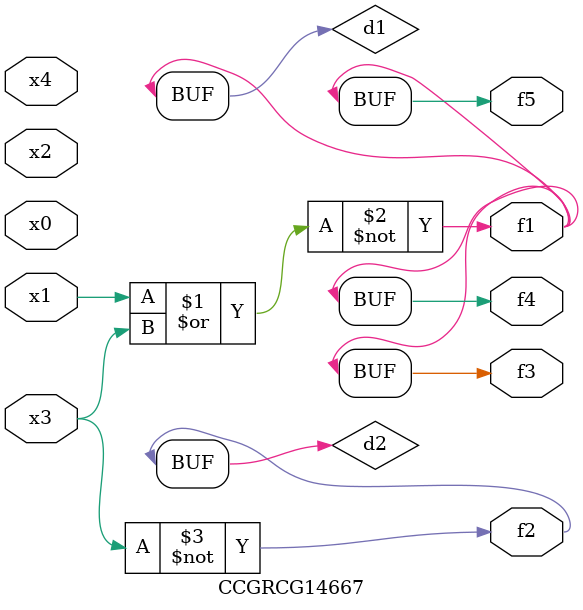
<source format=v>
module CCGRCG14667(
	input x0, x1, x2, x3, x4,
	output f1, f2, f3, f4, f5
);

	wire d1, d2;

	nor (d1, x1, x3);
	not (d2, x3);
	assign f1 = d1;
	assign f2 = d2;
	assign f3 = d1;
	assign f4 = d1;
	assign f5 = d1;
endmodule

</source>
